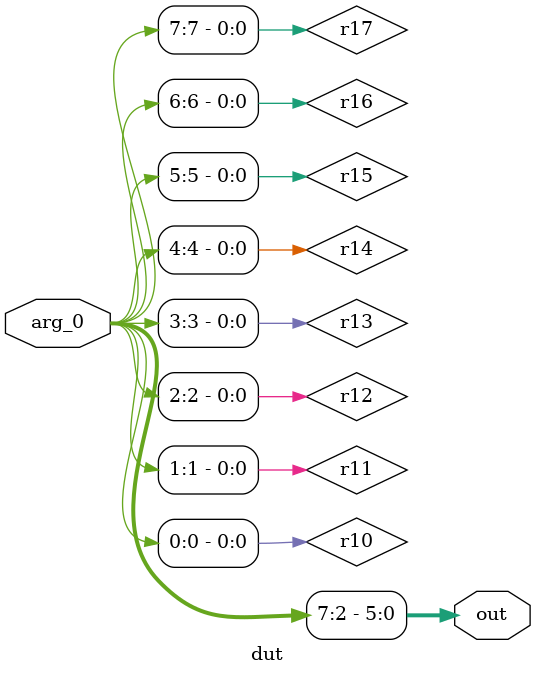
<source format=v>
module testbench();
    wire [5:0] out;
    reg [7:0] arg_0;
    dut t (.out(out),.arg_0(arg_0));
    initial begin
        arg_0 = 8'b00000000;
        #0;
        if (6'b000000 !== out) begin
            $display("ASSERTION FAILED 0x%0h !== 0x%0h CASE 0", 6'b000000, out);
            $finish;
        end
        arg_0 = 8'b00000001;
        #0;
        if (6'b000000 !== out) begin
            $display("ASSERTION FAILED 0x%0h !== 0x%0h CASE 1", 6'b000000, out);
            $finish;
        end
        arg_0 = 8'b00000010;
        #0;
        if (6'b000000 !== out) begin
            $display("ASSERTION FAILED 0x%0h !== 0x%0h CASE 2", 6'b000000, out);
            $finish;
        end
        arg_0 = 8'b00000011;
        #0;
        if (6'b000000 !== out) begin
            $display("ASSERTION FAILED 0x%0h !== 0x%0h CASE 3", 6'b000000, out);
            $finish;
        end
        arg_0 = 8'b00000100;
        #0;
        if (6'b000001 !== out) begin
            $display("ASSERTION FAILED 0x%0h !== 0x%0h CASE 4", 6'b000001, out);
            $finish;
        end
        arg_0 = 8'b00000101;
        #0;
        if (6'b000001 !== out) begin
            $display("ASSERTION FAILED 0x%0h !== 0x%0h CASE 5", 6'b000001, out);
            $finish;
        end
        arg_0 = 8'b00000110;
        #0;
        if (6'b000001 !== out) begin
            $display("ASSERTION FAILED 0x%0h !== 0x%0h CASE 6", 6'b000001, out);
            $finish;
        end
        arg_0 = 8'b00000111;
        #0;
        if (6'b000001 !== out) begin
            $display("ASSERTION FAILED 0x%0h !== 0x%0h CASE 7", 6'b000001, out);
            $finish;
        end
        arg_0 = 8'b00001000;
        #0;
        if (6'b000010 !== out) begin
            $display("ASSERTION FAILED 0x%0h !== 0x%0h CASE 8", 6'b000010, out);
            $finish;
        end
        arg_0 = 8'b00001001;
        #0;
        if (6'b000010 !== out) begin
            $display("ASSERTION FAILED 0x%0h !== 0x%0h CASE 9", 6'b000010, out);
            $finish;
        end
        arg_0 = 8'b00001010;
        #0;
        if (6'b000010 !== out) begin
            $display("ASSERTION FAILED 0x%0h !== 0x%0h CASE 10", 6'b000010, out);
            $finish;
        end
        arg_0 = 8'b00001011;
        #0;
        if (6'b000010 !== out) begin
            $display("ASSERTION FAILED 0x%0h !== 0x%0h CASE 11", 6'b000010, out);
            $finish;
        end
        arg_0 = 8'b00001100;
        #0;
        if (6'b000011 !== out) begin
            $display("ASSERTION FAILED 0x%0h !== 0x%0h CASE 12", 6'b000011, out);
            $finish;
        end
        arg_0 = 8'b00001101;
        #0;
        if (6'b000011 !== out) begin
            $display("ASSERTION FAILED 0x%0h !== 0x%0h CASE 13", 6'b000011, out);
            $finish;
        end
        arg_0 = 8'b00001110;
        #0;
        if (6'b000011 !== out) begin
            $display("ASSERTION FAILED 0x%0h !== 0x%0h CASE 14", 6'b000011, out);
            $finish;
        end
        arg_0 = 8'b00001111;
        #0;
        if (6'b000011 !== out) begin
            $display("ASSERTION FAILED 0x%0h !== 0x%0h CASE 15", 6'b000011, out);
            $finish;
        end
        arg_0 = 8'b00010000;
        #0;
        if (6'b000100 !== out) begin
            $display("ASSERTION FAILED 0x%0h !== 0x%0h CASE 16", 6'b000100, out);
            $finish;
        end
        arg_0 = 8'b00010001;
        #0;
        if (6'b000100 !== out) begin
            $display("ASSERTION FAILED 0x%0h !== 0x%0h CASE 17", 6'b000100, out);
            $finish;
        end
        arg_0 = 8'b00010010;
        #0;
        if (6'b000100 !== out) begin
            $display("ASSERTION FAILED 0x%0h !== 0x%0h CASE 18", 6'b000100, out);
            $finish;
        end
        arg_0 = 8'b00010011;
        #0;
        if (6'b000100 !== out) begin
            $display("ASSERTION FAILED 0x%0h !== 0x%0h CASE 19", 6'b000100, out);
            $finish;
        end
        arg_0 = 8'b00010100;
        #0;
        if (6'b000101 !== out) begin
            $display("ASSERTION FAILED 0x%0h !== 0x%0h CASE 20", 6'b000101, out);
            $finish;
        end
        arg_0 = 8'b00010101;
        #0;
        if (6'b000101 !== out) begin
            $display("ASSERTION FAILED 0x%0h !== 0x%0h CASE 21", 6'b000101, out);
            $finish;
        end
        arg_0 = 8'b00010110;
        #0;
        if (6'b000101 !== out) begin
            $display("ASSERTION FAILED 0x%0h !== 0x%0h CASE 22", 6'b000101, out);
            $finish;
        end
        arg_0 = 8'b00010111;
        #0;
        if (6'b000101 !== out) begin
            $display("ASSERTION FAILED 0x%0h !== 0x%0h CASE 23", 6'b000101, out);
            $finish;
        end
        arg_0 = 8'b00011000;
        #0;
        if (6'b000110 !== out) begin
            $display("ASSERTION FAILED 0x%0h !== 0x%0h CASE 24", 6'b000110, out);
            $finish;
        end
        arg_0 = 8'b00011001;
        #0;
        if (6'b000110 !== out) begin
            $display("ASSERTION FAILED 0x%0h !== 0x%0h CASE 25", 6'b000110, out);
            $finish;
        end
        arg_0 = 8'b00011010;
        #0;
        if (6'b000110 !== out) begin
            $display("ASSERTION FAILED 0x%0h !== 0x%0h CASE 26", 6'b000110, out);
            $finish;
        end
        arg_0 = 8'b00011011;
        #0;
        if (6'b000110 !== out) begin
            $display("ASSERTION FAILED 0x%0h !== 0x%0h CASE 27", 6'b000110, out);
            $finish;
        end
        arg_0 = 8'b00011100;
        #0;
        if (6'b000111 !== out) begin
            $display("ASSERTION FAILED 0x%0h !== 0x%0h CASE 28", 6'b000111, out);
            $finish;
        end
        arg_0 = 8'b00011101;
        #0;
        if (6'b000111 !== out) begin
            $display("ASSERTION FAILED 0x%0h !== 0x%0h CASE 29", 6'b000111, out);
            $finish;
        end
        arg_0 = 8'b00011110;
        #0;
        if (6'b000111 !== out) begin
            $display("ASSERTION FAILED 0x%0h !== 0x%0h CASE 30", 6'b000111, out);
            $finish;
        end
        arg_0 = 8'b00011111;
        #0;
        if (6'b000111 !== out) begin
            $display("ASSERTION FAILED 0x%0h !== 0x%0h CASE 31", 6'b000111, out);
            $finish;
        end
        arg_0 = 8'b00100000;
        #0;
        if (6'b001000 !== out) begin
            $display("ASSERTION FAILED 0x%0h !== 0x%0h CASE 32", 6'b001000, out);
            $finish;
        end
        arg_0 = 8'b00100001;
        #0;
        if (6'b001000 !== out) begin
            $display("ASSERTION FAILED 0x%0h !== 0x%0h CASE 33", 6'b001000, out);
            $finish;
        end
        arg_0 = 8'b00100010;
        #0;
        if (6'b001000 !== out) begin
            $display("ASSERTION FAILED 0x%0h !== 0x%0h CASE 34", 6'b001000, out);
            $finish;
        end
        arg_0 = 8'b00100011;
        #0;
        if (6'b001000 !== out) begin
            $display("ASSERTION FAILED 0x%0h !== 0x%0h CASE 35", 6'b001000, out);
            $finish;
        end
        arg_0 = 8'b00100100;
        #0;
        if (6'b001001 !== out) begin
            $display("ASSERTION FAILED 0x%0h !== 0x%0h CASE 36", 6'b001001, out);
            $finish;
        end
        arg_0 = 8'b00100101;
        #0;
        if (6'b001001 !== out) begin
            $display("ASSERTION FAILED 0x%0h !== 0x%0h CASE 37", 6'b001001, out);
            $finish;
        end
        arg_0 = 8'b00100110;
        #0;
        if (6'b001001 !== out) begin
            $display("ASSERTION FAILED 0x%0h !== 0x%0h CASE 38", 6'b001001, out);
            $finish;
        end
        arg_0 = 8'b00100111;
        #0;
        if (6'b001001 !== out) begin
            $display("ASSERTION FAILED 0x%0h !== 0x%0h CASE 39", 6'b001001, out);
            $finish;
        end
        arg_0 = 8'b00101000;
        #0;
        if (6'b001010 !== out) begin
            $display("ASSERTION FAILED 0x%0h !== 0x%0h CASE 40", 6'b001010, out);
            $finish;
        end
        arg_0 = 8'b00101001;
        #0;
        if (6'b001010 !== out) begin
            $display("ASSERTION FAILED 0x%0h !== 0x%0h CASE 41", 6'b001010, out);
            $finish;
        end
        arg_0 = 8'b00101010;
        #0;
        if (6'b001010 !== out) begin
            $display("ASSERTION FAILED 0x%0h !== 0x%0h CASE 42", 6'b001010, out);
            $finish;
        end
        arg_0 = 8'b00101011;
        #0;
        if (6'b001010 !== out) begin
            $display("ASSERTION FAILED 0x%0h !== 0x%0h CASE 43", 6'b001010, out);
            $finish;
        end
        arg_0 = 8'b00101100;
        #0;
        if (6'b001011 !== out) begin
            $display("ASSERTION FAILED 0x%0h !== 0x%0h CASE 44", 6'b001011, out);
            $finish;
        end
        arg_0 = 8'b00101101;
        #0;
        if (6'b001011 !== out) begin
            $display("ASSERTION FAILED 0x%0h !== 0x%0h CASE 45", 6'b001011, out);
            $finish;
        end
        arg_0 = 8'b00101110;
        #0;
        if (6'b001011 !== out) begin
            $display("ASSERTION FAILED 0x%0h !== 0x%0h CASE 46", 6'b001011, out);
            $finish;
        end
        arg_0 = 8'b00101111;
        #0;
        if (6'b001011 !== out) begin
            $display("ASSERTION FAILED 0x%0h !== 0x%0h CASE 47", 6'b001011, out);
            $finish;
        end
        arg_0 = 8'b00110000;
        #0;
        if (6'b001100 !== out) begin
            $display("ASSERTION FAILED 0x%0h !== 0x%0h CASE 48", 6'b001100, out);
            $finish;
        end
        arg_0 = 8'b00110001;
        #0;
        if (6'b001100 !== out) begin
            $display("ASSERTION FAILED 0x%0h !== 0x%0h CASE 49", 6'b001100, out);
            $finish;
        end
        arg_0 = 8'b00110010;
        #0;
        if (6'b001100 !== out) begin
            $display("ASSERTION FAILED 0x%0h !== 0x%0h CASE 50", 6'b001100, out);
            $finish;
        end
        arg_0 = 8'b00110011;
        #0;
        if (6'b001100 !== out) begin
            $display("ASSERTION FAILED 0x%0h !== 0x%0h CASE 51", 6'b001100, out);
            $finish;
        end
        arg_0 = 8'b00110100;
        #0;
        if (6'b001101 !== out) begin
            $display("ASSERTION FAILED 0x%0h !== 0x%0h CASE 52", 6'b001101, out);
            $finish;
        end
        arg_0 = 8'b00110101;
        #0;
        if (6'b001101 !== out) begin
            $display("ASSERTION FAILED 0x%0h !== 0x%0h CASE 53", 6'b001101, out);
            $finish;
        end
        arg_0 = 8'b00110110;
        #0;
        if (6'b001101 !== out) begin
            $display("ASSERTION FAILED 0x%0h !== 0x%0h CASE 54", 6'b001101, out);
            $finish;
        end
        arg_0 = 8'b00110111;
        #0;
        if (6'b001101 !== out) begin
            $display("ASSERTION FAILED 0x%0h !== 0x%0h CASE 55", 6'b001101, out);
            $finish;
        end
        arg_0 = 8'b00111000;
        #0;
        if (6'b001110 !== out) begin
            $display("ASSERTION FAILED 0x%0h !== 0x%0h CASE 56", 6'b001110, out);
            $finish;
        end
        arg_0 = 8'b00111001;
        #0;
        if (6'b001110 !== out) begin
            $display("ASSERTION FAILED 0x%0h !== 0x%0h CASE 57", 6'b001110, out);
            $finish;
        end
        arg_0 = 8'b00111010;
        #0;
        if (6'b001110 !== out) begin
            $display("ASSERTION FAILED 0x%0h !== 0x%0h CASE 58", 6'b001110, out);
            $finish;
        end
        arg_0 = 8'b00111011;
        #0;
        if (6'b001110 !== out) begin
            $display("ASSERTION FAILED 0x%0h !== 0x%0h CASE 59", 6'b001110, out);
            $finish;
        end
        arg_0 = 8'b00111100;
        #0;
        if (6'b001111 !== out) begin
            $display("ASSERTION FAILED 0x%0h !== 0x%0h CASE 60", 6'b001111, out);
            $finish;
        end
        arg_0 = 8'b00111101;
        #0;
        if (6'b001111 !== out) begin
            $display("ASSERTION FAILED 0x%0h !== 0x%0h CASE 61", 6'b001111, out);
            $finish;
        end
        arg_0 = 8'b00111110;
        #0;
        if (6'b001111 !== out) begin
            $display("ASSERTION FAILED 0x%0h !== 0x%0h CASE 62", 6'b001111, out);
            $finish;
        end
        arg_0 = 8'b00111111;
        #0;
        if (6'b001111 !== out) begin
            $display("ASSERTION FAILED 0x%0h !== 0x%0h CASE 63", 6'b001111, out);
            $finish;
        end
        arg_0 = 8'b01000000;
        #0;
        if (6'b010000 !== out) begin
            $display("ASSERTION FAILED 0x%0h !== 0x%0h CASE 64", 6'b010000, out);
            $finish;
        end
        arg_0 = 8'b01000001;
        #0;
        if (6'b010000 !== out) begin
            $display("ASSERTION FAILED 0x%0h !== 0x%0h CASE 65", 6'b010000, out);
            $finish;
        end
        arg_0 = 8'b01000010;
        #0;
        if (6'b010000 !== out) begin
            $display("ASSERTION FAILED 0x%0h !== 0x%0h CASE 66", 6'b010000, out);
            $finish;
        end
        arg_0 = 8'b01000011;
        #0;
        if (6'b010000 !== out) begin
            $display("ASSERTION FAILED 0x%0h !== 0x%0h CASE 67", 6'b010000, out);
            $finish;
        end
        arg_0 = 8'b01000100;
        #0;
        if (6'b010001 !== out) begin
            $display("ASSERTION FAILED 0x%0h !== 0x%0h CASE 68", 6'b010001, out);
            $finish;
        end
        arg_0 = 8'b01000101;
        #0;
        if (6'b010001 !== out) begin
            $display("ASSERTION FAILED 0x%0h !== 0x%0h CASE 69", 6'b010001, out);
            $finish;
        end
        arg_0 = 8'b01000110;
        #0;
        if (6'b010001 !== out) begin
            $display("ASSERTION FAILED 0x%0h !== 0x%0h CASE 70", 6'b010001, out);
            $finish;
        end
        arg_0 = 8'b01000111;
        #0;
        if (6'b010001 !== out) begin
            $display("ASSERTION FAILED 0x%0h !== 0x%0h CASE 71", 6'b010001, out);
            $finish;
        end
        arg_0 = 8'b01001000;
        #0;
        if (6'b010010 !== out) begin
            $display("ASSERTION FAILED 0x%0h !== 0x%0h CASE 72", 6'b010010, out);
            $finish;
        end
        arg_0 = 8'b01001001;
        #0;
        if (6'b010010 !== out) begin
            $display("ASSERTION FAILED 0x%0h !== 0x%0h CASE 73", 6'b010010, out);
            $finish;
        end
        arg_0 = 8'b01001010;
        #0;
        if (6'b010010 !== out) begin
            $display("ASSERTION FAILED 0x%0h !== 0x%0h CASE 74", 6'b010010, out);
            $finish;
        end
        arg_0 = 8'b01001011;
        #0;
        if (6'b010010 !== out) begin
            $display("ASSERTION FAILED 0x%0h !== 0x%0h CASE 75", 6'b010010, out);
            $finish;
        end
        arg_0 = 8'b01001100;
        #0;
        if (6'b010011 !== out) begin
            $display("ASSERTION FAILED 0x%0h !== 0x%0h CASE 76", 6'b010011, out);
            $finish;
        end
        arg_0 = 8'b01001101;
        #0;
        if (6'b010011 !== out) begin
            $display("ASSERTION FAILED 0x%0h !== 0x%0h CASE 77", 6'b010011, out);
            $finish;
        end
        arg_0 = 8'b01001110;
        #0;
        if (6'b010011 !== out) begin
            $display("ASSERTION FAILED 0x%0h !== 0x%0h CASE 78", 6'b010011, out);
            $finish;
        end
        arg_0 = 8'b01001111;
        #0;
        if (6'b010011 !== out) begin
            $display("ASSERTION FAILED 0x%0h !== 0x%0h CASE 79", 6'b010011, out);
            $finish;
        end
        arg_0 = 8'b01010000;
        #0;
        if (6'b010100 !== out) begin
            $display("ASSERTION FAILED 0x%0h !== 0x%0h CASE 80", 6'b010100, out);
            $finish;
        end
        arg_0 = 8'b01010001;
        #0;
        if (6'b010100 !== out) begin
            $display("ASSERTION FAILED 0x%0h !== 0x%0h CASE 81", 6'b010100, out);
            $finish;
        end
        arg_0 = 8'b01010010;
        #0;
        if (6'b010100 !== out) begin
            $display("ASSERTION FAILED 0x%0h !== 0x%0h CASE 82", 6'b010100, out);
            $finish;
        end
        arg_0 = 8'b01010011;
        #0;
        if (6'b010100 !== out) begin
            $display("ASSERTION FAILED 0x%0h !== 0x%0h CASE 83", 6'b010100, out);
            $finish;
        end
        arg_0 = 8'b01010100;
        #0;
        if (6'b010101 !== out) begin
            $display("ASSERTION FAILED 0x%0h !== 0x%0h CASE 84", 6'b010101, out);
            $finish;
        end
        arg_0 = 8'b01010101;
        #0;
        if (6'b010101 !== out) begin
            $display("ASSERTION FAILED 0x%0h !== 0x%0h CASE 85", 6'b010101, out);
            $finish;
        end
        arg_0 = 8'b01010110;
        #0;
        if (6'b010101 !== out) begin
            $display("ASSERTION FAILED 0x%0h !== 0x%0h CASE 86", 6'b010101, out);
            $finish;
        end
        arg_0 = 8'b01010111;
        #0;
        if (6'b010101 !== out) begin
            $display("ASSERTION FAILED 0x%0h !== 0x%0h CASE 87", 6'b010101, out);
            $finish;
        end
        arg_0 = 8'b01011000;
        #0;
        if (6'b010110 !== out) begin
            $display("ASSERTION FAILED 0x%0h !== 0x%0h CASE 88", 6'b010110, out);
            $finish;
        end
        arg_0 = 8'b01011001;
        #0;
        if (6'b010110 !== out) begin
            $display("ASSERTION FAILED 0x%0h !== 0x%0h CASE 89", 6'b010110, out);
            $finish;
        end
        arg_0 = 8'b01011010;
        #0;
        if (6'b010110 !== out) begin
            $display("ASSERTION FAILED 0x%0h !== 0x%0h CASE 90", 6'b010110, out);
            $finish;
        end
        arg_0 = 8'b01011011;
        #0;
        if (6'b010110 !== out) begin
            $display("ASSERTION FAILED 0x%0h !== 0x%0h CASE 91", 6'b010110, out);
            $finish;
        end
        arg_0 = 8'b01011100;
        #0;
        if (6'b010111 !== out) begin
            $display("ASSERTION FAILED 0x%0h !== 0x%0h CASE 92", 6'b010111, out);
            $finish;
        end
        arg_0 = 8'b01011101;
        #0;
        if (6'b010111 !== out) begin
            $display("ASSERTION FAILED 0x%0h !== 0x%0h CASE 93", 6'b010111, out);
            $finish;
        end
        arg_0 = 8'b01011110;
        #0;
        if (6'b010111 !== out) begin
            $display("ASSERTION FAILED 0x%0h !== 0x%0h CASE 94", 6'b010111, out);
            $finish;
        end
        arg_0 = 8'b01011111;
        #0;
        if (6'b010111 !== out) begin
            $display("ASSERTION FAILED 0x%0h !== 0x%0h CASE 95", 6'b010111, out);
            $finish;
        end
        arg_0 = 8'b01100000;
        #0;
        if (6'b011000 !== out) begin
            $display("ASSERTION FAILED 0x%0h !== 0x%0h CASE 96", 6'b011000, out);
            $finish;
        end
        arg_0 = 8'b01100001;
        #0;
        if (6'b011000 !== out) begin
            $display("ASSERTION FAILED 0x%0h !== 0x%0h CASE 97", 6'b011000, out);
            $finish;
        end
        arg_0 = 8'b01100010;
        #0;
        if (6'b011000 !== out) begin
            $display("ASSERTION FAILED 0x%0h !== 0x%0h CASE 98", 6'b011000, out);
            $finish;
        end
        arg_0 = 8'b01100011;
        #0;
        if (6'b011000 !== out) begin
            $display("ASSERTION FAILED 0x%0h !== 0x%0h CASE 99", 6'b011000, out);
            $finish;
        end
        arg_0 = 8'b01100100;
        #0;
        if (6'b011001 !== out) begin
            $display("ASSERTION FAILED 0x%0h !== 0x%0h CASE 100", 6'b011001, out);
            $finish;
        end
        arg_0 = 8'b01100101;
        #0;
        if (6'b011001 !== out) begin
            $display("ASSERTION FAILED 0x%0h !== 0x%0h CASE 101", 6'b011001, out);
            $finish;
        end
        arg_0 = 8'b01100110;
        #0;
        if (6'b011001 !== out) begin
            $display("ASSERTION FAILED 0x%0h !== 0x%0h CASE 102", 6'b011001, out);
            $finish;
        end
        arg_0 = 8'b01100111;
        #0;
        if (6'b011001 !== out) begin
            $display("ASSERTION FAILED 0x%0h !== 0x%0h CASE 103", 6'b011001, out);
            $finish;
        end
        arg_0 = 8'b01101000;
        #0;
        if (6'b011010 !== out) begin
            $display("ASSERTION FAILED 0x%0h !== 0x%0h CASE 104", 6'b011010, out);
            $finish;
        end
        arg_0 = 8'b01101001;
        #0;
        if (6'b011010 !== out) begin
            $display("ASSERTION FAILED 0x%0h !== 0x%0h CASE 105", 6'b011010, out);
            $finish;
        end
        arg_0 = 8'b01101010;
        #0;
        if (6'b011010 !== out) begin
            $display("ASSERTION FAILED 0x%0h !== 0x%0h CASE 106", 6'b011010, out);
            $finish;
        end
        arg_0 = 8'b01101011;
        #0;
        if (6'b011010 !== out) begin
            $display("ASSERTION FAILED 0x%0h !== 0x%0h CASE 107", 6'b011010, out);
            $finish;
        end
        arg_0 = 8'b01101100;
        #0;
        if (6'b011011 !== out) begin
            $display("ASSERTION FAILED 0x%0h !== 0x%0h CASE 108", 6'b011011, out);
            $finish;
        end
        arg_0 = 8'b01101101;
        #0;
        if (6'b011011 !== out) begin
            $display("ASSERTION FAILED 0x%0h !== 0x%0h CASE 109", 6'b011011, out);
            $finish;
        end
        arg_0 = 8'b01101110;
        #0;
        if (6'b011011 !== out) begin
            $display("ASSERTION FAILED 0x%0h !== 0x%0h CASE 110", 6'b011011, out);
            $finish;
        end
        arg_0 = 8'b01101111;
        #0;
        if (6'b011011 !== out) begin
            $display("ASSERTION FAILED 0x%0h !== 0x%0h CASE 111", 6'b011011, out);
            $finish;
        end
        arg_0 = 8'b01110000;
        #0;
        if (6'b011100 !== out) begin
            $display("ASSERTION FAILED 0x%0h !== 0x%0h CASE 112", 6'b011100, out);
            $finish;
        end
        arg_0 = 8'b01110001;
        #0;
        if (6'b011100 !== out) begin
            $display("ASSERTION FAILED 0x%0h !== 0x%0h CASE 113", 6'b011100, out);
            $finish;
        end
        arg_0 = 8'b01110010;
        #0;
        if (6'b011100 !== out) begin
            $display("ASSERTION FAILED 0x%0h !== 0x%0h CASE 114", 6'b011100, out);
            $finish;
        end
        arg_0 = 8'b01110011;
        #0;
        if (6'b011100 !== out) begin
            $display("ASSERTION FAILED 0x%0h !== 0x%0h CASE 115", 6'b011100, out);
            $finish;
        end
        arg_0 = 8'b01110100;
        #0;
        if (6'b011101 !== out) begin
            $display("ASSERTION FAILED 0x%0h !== 0x%0h CASE 116", 6'b011101, out);
            $finish;
        end
        arg_0 = 8'b01110101;
        #0;
        if (6'b011101 !== out) begin
            $display("ASSERTION FAILED 0x%0h !== 0x%0h CASE 117", 6'b011101, out);
            $finish;
        end
        arg_0 = 8'b01110110;
        #0;
        if (6'b011101 !== out) begin
            $display("ASSERTION FAILED 0x%0h !== 0x%0h CASE 118", 6'b011101, out);
            $finish;
        end
        arg_0 = 8'b01110111;
        #0;
        if (6'b011101 !== out) begin
            $display("ASSERTION FAILED 0x%0h !== 0x%0h CASE 119", 6'b011101, out);
            $finish;
        end
        arg_0 = 8'b01111000;
        #0;
        if (6'b011110 !== out) begin
            $display("ASSERTION FAILED 0x%0h !== 0x%0h CASE 120", 6'b011110, out);
            $finish;
        end
        arg_0 = 8'b01111001;
        #0;
        if (6'b011110 !== out) begin
            $display("ASSERTION FAILED 0x%0h !== 0x%0h CASE 121", 6'b011110, out);
            $finish;
        end
        arg_0 = 8'b01111010;
        #0;
        if (6'b011110 !== out) begin
            $display("ASSERTION FAILED 0x%0h !== 0x%0h CASE 122", 6'b011110, out);
            $finish;
        end
        arg_0 = 8'b01111011;
        #0;
        if (6'b011110 !== out) begin
            $display("ASSERTION FAILED 0x%0h !== 0x%0h CASE 123", 6'b011110, out);
            $finish;
        end
        arg_0 = 8'b01111100;
        #0;
        if (6'b011111 !== out) begin
            $display("ASSERTION FAILED 0x%0h !== 0x%0h CASE 124", 6'b011111, out);
            $finish;
        end
        arg_0 = 8'b01111101;
        #0;
        if (6'b011111 !== out) begin
            $display("ASSERTION FAILED 0x%0h !== 0x%0h CASE 125", 6'b011111, out);
            $finish;
        end
        arg_0 = 8'b01111110;
        #0;
        if (6'b011111 !== out) begin
            $display("ASSERTION FAILED 0x%0h !== 0x%0h CASE 126", 6'b011111, out);
            $finish;
        end
        arg_0 = 8'b01111111;
        #0;
        if (6'b011111 !== out) begin
            $display("ASSERTION FAILED 0x%0h !== 0x%0h CASE 127", 6'b011111, out);
            $finish;
        end
        arg_0 = 8'b10000000;
        #0;
        if (6'b100000 !== out) begin
            $display("ASSERTION FAILED 0x%0h !== 0x%0h CASE 128", 6'b100000, out);
            $finish;
        end
        arg_0 = 8'b10000001;
        #0;
        if (6'b100000 !== out) begin
            $display("ASSERTION FAILED 0x%0h !== 0x%0h CASE 129", 6'b100000, out);
            $finish;
        end
        arg_0 = 8'b10000010;
        #0;
        if (6'b100000 !== out) begin
            $display("ASSERTION FAILED 0x%0h !== 0x%0h CASE 130", 6'b100000, out);
            $finish;
        end
        arg_0 = 8'b10000011;
        #0;
        if (6'b100000 !== out) begin
            $display("ASSERTION FAILED 0x%0h !== 0x%0h CASE 131", 6'b100000, out);
            $finish;
        end
        arg_0 = 8'b10000100;
        #0;
        if (6'b100001 !== out) begin
            $display("ASSERTION FAILED 0x%0h !== 0x%0h CASE 132", 6'b100001, out);
            $finish;
        end
        arg_0 = 8'b10000101;
        #0;
        if (6'b100001 !== out) begin
            $display("ASSERTION FAILED 0x%0h !== 0x%0h CASE 133", 6'b100001, out);
            $finish;
        end
        arg_0 = 8'b10000110;
        #0;
        if (6'b100001 !== out) begin
            $display("ASSERTION FAILED 0x%0h !== 0x%0h CASE 134", 6'b100001, out);
            $finish;
        end
        arg_0 = 8'b10000111;
        #0;
        if (6'b100001 !== out) begin
            $display("ASSERTION FAILED 0x%0h !== 0x%0h CASE 135", 6'b100001, out);
            $finish;
        end
        arg_0 = 8'b10001000;
        #0;
        if (6'b100010 !== out) begin
            $display("ASSERTION FAILED 0x%0h !== 0x%0h CASE 136", 6'b100010, out);
            $finish;
        end
        arg_0 = 8'b10001001;
        #0;
        if (6'b100010 !== out) begin
            $display("ASSERTION FAILED 0x%0h !== 0x%0h CASE 137", 6'b100010, out);
            $finish;
        end
        arg_0 = 8'b10001010;
        #0;
        if (6'b100010 !== out) begin
            $display("ASSERTION FAILED 0x%0h !== 0x%0h CASE 138", 6'b100010, out);
            $finish;
        end
        arg_0 = 8'b10001011;
        #0;
        if (6'b100010 !== out) begin
            $display("ASSERTION FAILED 0x%0h !== 0x%0h CASE 139", 6'b100010, out);
            $finish;
        end
        arg_0 = 8'b10001100;
        #0;
        if (6'b100011 !== out) begin
            $display("ASSERTION FAILED 0x%0h !== 0x%0h CASE 140", 6'b100011, out);
            $finish;
        end
        arg_0 = 8'b10001101;
        #0;
        if (6'b100011 !== out) begin
            $display("ASSERTION FAILED 0x%0h !== 0x%0h CASE 141", 6'b100011, out);
            $finish;
        end
        arg_0 = 8'b10001110;
        #0;
        if (6'b100011 !== out) begin
            $display("ASSERTION FAILED 0x%0h !== 0x%0h CASE 142", 6'b100011, out);
            $finish;
        end
        arg_0 = 8'b10001111;
        #0;
        if (6'b100011 !== out) begin
            $display("ASSERTION FAILED 0x%0h !== 0x%0h CASE 143", 6'b100011, out);
            $finish;
        end
        arg_0 = 8'b10010000;
        #0;
        if (6'b100100 !== out) begin
            $display("ASSERTION FAILED 0x%0h !== 0x%0h CASE 144", 6'b100100, out);
            $finish;
        end
        arg_0 = 8'b10010001;
        #0;
        if (6'b100100 !== out) begin
            $display("ASSERTION FAILED 0x%0h !== 0x%0h CASE 145", 6'b100100, out);
            $finish;
        end
        arg_0 = 8'b10010010;
        #0;
        if (6'b100100 !== out) begin
            $display("ASSERTION FAILED 0x%0h !== 0x%0h CASE 146", 6'b100100, out);
            $finish;
        end
        arg_0 = 8'b10010011;
        #0;
        if (6'b100100 !== out) begin
            $display("ASSERTION FAILED 0x%0h !== 0x%0h CASE 147", 6'b100100, out);
            $finish;
        end
        arg_0 = 8'b10010100;
        #0;
        if (6'b100101 !== out) begin
            $display("ASSERTION FAILED 0x%0h !== 0x%0h CASE 148", 6'b100101, out);
            $finish;
        end
        arg_0 = 8'b10010101;
        #0;
        if (6'b100101 !== out) begin
            $display("ASSERTION FAILED 0x%0h !== 0x%0h CASE 149", 6'b100101, out);
            $finish;
        end
        arg_0 = 8'b10010110;
        #0;
        if (6'b100101 !== out) begin
            $display("ASSERTION FAILED 0x%0h !== 0x%0h CASE 150", 6'b100101, out);
            $finish;
        end
        arg_0 = 8'b10010111;
        #0;
        if (6'b100101 !== out) begin
            $display("ASSERTION FAILED 0x%0h !== 0x%0h CASE 151", 6'b100101, out);
            $finish;
        end
        arg_0 = 8'b10011000;
        #0;
        if (6'b100110 !== out) begin
            $display("ASSERTION FAILED 0x%0h !== 0x%0h CASE 152", 6'b100110, out);
            $finish;
        end
        arg_0 = 8'b10011001;
        #0;
        if (6'b100110 !== out) begin
            $display("ASSERTION FAILED 0x%0h !== 0x%0h CASE 153", 6'b100110, out);
            $finish;
        end
        arg_0 = 8'b10011010;
        #0;
        if (6'b100110 !== out) begin
            $display("ASSERTION FAILED 0x%0h !== 0x%0h CASE 154", 6'b100110, out);
            $finish;
        end
        arg_0 = 8'b10011011;
        #0;
        if (6'b100110 !== out) begin
            $display("ASSERTION FAILED 0x%0h !== 0x%0h CASE 155", 6'b100110, out);
            $finish;
        end
        arg_0 = 8'b10011100;
        #0;
        if (6'b100111 !== out) begin
            $display("ASSERTION FAILED 0x%0h !== 0x%0h CASE 156", 6'b100111, out);
            $finish;
        end
        arg_0 = 8'b10011101;
        #0;
        if (6'b100111 !== out) begin
            $display("ASSERTION FAILED 0x%0h !== 0x%0h CASE 157", 6'b100111, out);
            $finish;
        end
        arg_0 = 8'b10011110;
        #0;
        if (6'b100111 !== out) begin
            $display("ASSERTION FAILED 0x%0h !== 0x%0h CASE 158", 6'b100111, out);
            $finish;
        end
        arg_0 = 8'b10011111;
        #0;
        if (6'b100111 !== out) begin
            $display("ASSERTION FAILED 0x%0h !== 0x%0h CASE 159", 6'b100111, out);
            $finish;
        end
        arg_0 = 8'b10100000;
        #0;
        if (6'b101000 !== out) begin
            $display("ASSERTION FAILED 0x%0h !== 0x%0h CASE 160", 6'b101000, out);
            $finish;
        end
        arg_0 = 8'b10100001;
        #0;
        if (6'b101000 !== out) begin
            $display("ASSERTION FAILED 0x%0h !== 0x%0h CASE 161", 6'b101000, out);
            $finish;
        end
        arg_0 = 8'b10100010;
        #0;
        if (6'b101000 !== out) begin
            $display("ASSERTION FAILED 0x%0h !== 0x%0h CASE 162", 6'b101000, out);
            $finish;
        end
        arg_0 = 8'b10100011;
        #0;
        if (6'b101000 !== out) begin
            $display("ASSERTION FAILED 0x%0h !== 0x%0h CASE 163", 6'b101000, out);
            $finish;
        end
        arg_0 = 8'b10100100;
        #0;
        if (6'b101001 !== out) begin
            $display("ASSERTION FAILED 0x%0h !== 0x%0h CASE 164", 6'b101001, out);
            $finish;
        end
        arg_0 = 8'b10100101;
        #0;
        if (6'b101001 !== out) begin
            $display("ASSERTION FAILED 0x%0h !== 0x%0h CASE 165", 6'b101001, out);
            $finish;
        end
        arg_0 = 8'b10100110;
        #0;
        if (6'b101001 !== out) begin
            $display("ASSERTION FAILED 0x%0h !== 0x%0h CASE 166", 6'b101001, out);
            $finish;
        end
        arg_0 = 8'b10100111;
        #0;
        if (6'b101001 !== out) begin
            $display("ASSERTION FAILED 0x%0h !== 0x%0h CASE 167", 6'b101001, out);
            $finish;
        end
        arg_0 = 8'b10101000;
        #0;
        if (6'b101010 !== out) begin
            $display("ASSERTION FAILED 0x%0h !== 0x%0h CASE 168", 6'b101010, out);
            $finish;
        end
        arg_0 = 8'b10101001;
        #0;
        if (6'b101010 !== out) begin
            $display("ASSERTION FAILED 0x%0h !== 0x%0h CASE 169", 6'b101010, out);
            $finish;
        end
        arg_0 = 8'b10101010;
        #0;
        if (6'b101010 !== out) begin
            $display("ASSERTION FAILED 0x%0h !== 0x%0h CASE 170", 6'b101010, out);
            $finish;
        end
        arg_0 = 8'b10101011;
        #0;
        if (6'b101010 !== out) begin
            $display("ASSERTION FAILED 0x%0h !== 0x%0h CASE 171", 6'b101010, out);
            $finish;
        end
        arg_0 = 8'b10101100;
        #0;
        if (6'b101011 !== out) begin
            $display("ASSERTION FAILED 0x%0h !== 0x%0h CASE 172", 6'b101011, out);
            $finish;
        end
        arg_0 = 8'b10101101;
        #0;
        if (6'b101011 !== out) begin
            $display("ASSERTION FAILED 0x%0h !== 0x%0h CASE 173", 6'b101011, out);
            $finish;
        end
        arg_0 = 8'b10101110;
        #0;
        if (6'b101011 !== out) begin
            $display("ASSERTION FAILED 0x%0h !== 0x%0h CASE 174", 6'b101011, out);
            $finish;
        end
        arg_0 = 8'b10101111;
        #0;
        if (6'b101011 !== out) begin
            $display("ASSERTION FAILED 0x%0h !== 0x%0h CASE 175", 6'b101011, out);
            $finish;
        end
        arg_0 = 8'b10110000;
        #0;
        if (6'b101100 !== out) begin
            $display("ASSERTION FAILED 0x%0h !== 0x%0h CASE 176", 6'b101100, out);
            $finish;
        end
        arg_0 = 8'b10110001;
        #0;
        if (6'b101100 !== out) begin
            $display("ASSERTION FAILED 0x%0h !== 0x%0h CASE 177", 6'b101100, out);
            $finish;
        end
        arg_0 = 8'b10110010;
        #0;
        if (6'b101100 !== out) begin
            $display("ASSERTION FAILED 0x%0h !== 0x%0h CASE 178", 6'b101100, out);
            $finish;
        end
        arg_0 = 8'b10110011;
        #0;
        if (6'b101100 !== out) begin
            $display("ASSERTION FAILED 0x%0h !== 0x%0h CASE 179", 6'b101100, out);
            $finish;
        end
        arg_0 = 8'b10110100;
        #0;
        if (6'b101101 !== out) begin
            $display("ASSERTION FAILED 0x%0h !== 0x%0h CASE 180", 6'b101101, out);
            $finish;
        end
        arg_0 = 8'b10110101;
        #0;
        if (6'b101101 !== out) begin
            $display("ASSERTION FAILED 0x%0h !== 0x%0h CASE 181", 6'b101101, out);
            $finish;
        end
        arg_0 = 8'b10110110;
        #0;
        if (6'b101101 !== out) begin
            $display("ASSERTION FAILED 0x%0h !== 0x%0h CASE 182", 6'b101101, out);
            $finish;
        end
        arg_0 = 8'b10110111;
        #0;
        if (6'b101101 !== out) begin
            $display("ASSERTION FAILED 0x%0h !== 0x%0h CASE 183", 6'b101101, out);
            $finish;
        end
        arg_0 = 8'b10111000;
        #0;
        if (6'b101110 !== out) begin
            $display("ASSERTION FAILED 0x%0h !== 0x%0h CASE 184", 6'b101110, out);
            $finish;
        end
        arg_0 = 8'b10111001;
        #0;
        if (6'b101110 !== out) begin
            $display("ASSERTION FAILED 0x%0h !== 0x%0h CASE 185", 6'b101110, out);
            $finish;
        end
        arg_0 = 8'b10111010;
        #0;
        if (6'b101110 !== out) begin
            $display("ASSERTION FAILED 0x%0h !== 0x%0h CASE 186", 6'b101110, out);
            $finish;
        end
        arg_0 = 8'b10111011;
        #0;
        if (6'b101110 !== out) begin
            $display("ASSERTION FAILED 0x%0h !== 0x%0h CASE 187", 6'b101110, out);
            $finish;
        end
        arg_0 = 8'b10111100;
        #0;
        if (6'b101111 !== out) begin
            $display("ASSERTION FAILED 0x%0h !== 0x%0h CASE 188", 6'b101111, out);
            $finish;
        end
        arg_0 = 8'b10111101;
        #0;
        if (6'b101111 !== out) begin
            $display("ASSERTION FAILED 0x%0h !== 0x%0h CASE 189", 6'b101111, out);
            $finish;
        end
        arg_0 = 8'b10111110;
        #0;
        if (6'b101111 !== out) begin
            $display("ASSERTION FAILED 0x%0h !== 0x%0h CASE 190", 6'b101111, out);
            $finish;
        end
        arg_0 = 8'b10111111;
        #0;
        if (6'b101111 !== out) begin
            $display("ASSERTION FAILED 0x%0h !== 0x%0h CASE 191", 6'b101111, out);
            $finish;
        end
        arg_0 = 8'b11000000;
        #0;
        if (6'b110000 !== out) begin
            $display("ASSERTION FAILED 0x%0h !== 0x%0h CASE 192", 6'b110000, out);
            $finish;
        end
        arg_0 = 8'b11000001;
        #0;
        if (6'b110000 !== out) begin
            $display("ASSERTION FAILED 0x%0h !== 0x%0h CASE 193", 6'b110000, out);
            $finish;
        end
        arg_0 = 8'b11000010;
        #0;
        if (6'b110000 !== out) begin
            $display("ASSERTION FAILED 0x%0h !== 0x%0h CASE 194", 6'b110000, out);
            $finish;
        end
        arg_0 = 8'b11000011;
        #0;
        if (6'b110000 !== out) begin
            $display("ASSERTION FAILED 0x%0h !== 0x%0h CASE 195", 6'b110000, out);
            $finish;
        end
        arg_0 = 8'b11000100;
        #0;
        if (6'b110001 !== out) begin
            $display("ASSERTION FAILED 0x%0h !== 0x%0h CASE 196", 6'b110001, out);
            $finish;
        end
        arg_0 = 8'b11000101;
        #0;
        if (6'b110001 !== out) begin
            $display("ASSERTION FAILED 0x%0h !== 0x%0h CASE 197", 6'b110001, out);
            $finish;
        end
        arg_0 = 8'b11000110;
        #0;
        if (6'b110001 !== out) begin
            $display("ASSERTION FAILED 0x%0h !== 0x%0h CASE 198", 6'b110001, out);
            $finish;
        end
        arg_0 = 8'b11000111;
        #0;
        if (6'b110001 !== out) begin
            $display("ASSERTION FAILED 0x%0h !== 0x%0h CASE 199", 6'b110001, out);
            $finish;
        end
        arg_0 = 8'b11001000;
        #0;
        if (6'b110010 !== out) begin
            $display("ASSERTION FAILED 0x%0h !== 0x%0h CASE 200", 6'b110010, out);
            $finish;
        end
        arg_0 = 8'b11001001;
        #0;
        if (6'b110010 !== out) begin
            $display("ASSERTION FAILED 0x%0h !== 0x%0h CASE 201", 6'b110010, out);
            $finish;
        end
        arg_0 = 8'b11001010;
        #0;
        if (6'b110010 !== out) begin
            $display("ASSERTION FAILED 0x%0h !== 0x%0h CASE 202", 6'b110010, out);
            $finish;
        end
        arg_0 = 8'b11001011;
        #0;
        if (6'b110010 !== out) begin
            $display("ASSERTION FAILED 0x%0h !== 0x%0h CASE 203", 6'b110010, out);
            $finish;
        end
        arg_0 = 8'b11001100;
        #0;
        if (6'b110011 !== out) begin
            $display("ASSERTION FAILED 0x%0h !== 0x%0h CASE 204", 6'b110011, out);
            $finish;
        end
        arg_0 = 8'b11001101;
        #0;
        if (6'b110011 !== out) begin
            $display("ASSERTION FAILED 0x%0h !== 0x%0h CASE 205", 6'b110011, out);
            $finish;
        end
        arg_0 = 8'b11001110;
        #0;
        if (6'b110011 !== out) begin
            $display("ASSERTION FAILED 0x%0h !== 0x%0h CASE 206", 6'b110011, out);
            $finish;
        end
        arg_0 = 8'b11001111;
        #0;
        if (6'b110011 !== out) begin
            $display("ASSERTION FAILED 0x%0h !== 0x%0h CASE 207", 6'b110011, out);
            $finish;
        end
        arg_0 = 8'b11010000;
        #0;
        if (6'b110100 !== out) begin
            $display("ASSERTION FAILED 0x%0h !== 0x%0h CASE 208", 6'b110100, out);
            $finish;
        end
        arg_0 = 8'b11010001;
        #0;
        if (6'b110100 !== out) begin
            $display("ASSERTION FAILED 0x%0h !== 0x%0h CASE 209", 6'b110100, out);
            $finish;
        end
        arg_0 = 8'b11010010;
        #0;
        if (6'b110100 !== out) begin
            $display("ASSERTION FAILED 0x%0h !== 0x%0h CASE 210", 6'b110100, out);
            $finish;
        end
        arg_0 = 8'b11010011;
        #0;
        if (6'b110100 !== out) begin
            $display("ASSERTION FAILED 0x%0h !== 0x%0h CASE 211", 6'b110100, out);
            $finish;
        end
        arg_0 = 8'b11010100;
        #0;
        if (6'b110101 !== out) begin
            $display("ASSERTION FAILED 0x%0h !== 0x%0h CASE 212", 6'b110101, out);
            $finish;
        end
        arg_0 = 8'b11010101;
        #0;
        if (6'b110101 !== out) begin
            $display("ASSERTION FAILED 0x%0h !== 0x%0h CASE 213", 6'b110101, out);
            $finish;
        end
        arg_0 = 8'b11010110;
        #0;
        if (6'b110101 !== out) begin
            $display("ASSERTION FAILED 0x%0h !== 0x%0h CASE 214", 6'b110101, out);
            $finish;
        end
        arg_0 = 8'b11010111;
        #0;
        if (6'b110101 !== out) begin
            $display("ASSERTION FAILED 0x%0h !== 0x%0h CASE 215", 6'b110101, out);
            $finish;
        end
        arg_0 = 8'b11011000;
        #0;
        if (6'b110110 !== out) begin
            $display("ASSERTION FAILED 0x%0h !== 0x%0h CASE 216", 6'b110110, out);
            $finish;
        end
        arg_0 = 8'b11011001;
        #0;
        if (6'b110110 !== out) begin
            $display("ASSERTION FAILED 0x%0h !== 0x%0h CASE 217", 6'b110110, out);
            $finish;
        end
        arg_0 = 8'b11011010;
        #0;
        if (6'b110110 !== out) begin
            $display("ASSERTION FAILED 0x%0h !== 0x%0h CASE 218", 6'b110110, out);
            $finish;
        end
        arg_0 = 8'b11011011;
        #0;
        if (6'b110110 !== out) begin
            $display("ASSERTION FAILED 0x%0h !== 0x%0h CASE 219", 6'b110110, out);
            $finish;
        end
        arg_0 = 8'b11011100;
        #0;
        if (6'b110111 !== out) begin
            $display("ASSERTION FAILED 0x%0h !== 0x%0h CASE 220", 6'b110111, out);
            $finish;
        end
        arg_0 = 8'b11011101;
        #0;
        if (6'b110111 !== out) begin
            $display("ASSERTION FAILED 0x%0h !== 0x%0h CASE 221", 6'b110111, out);
            $finish;
        end
        arg_0 = 8'b11011110;
        #0;
        if (6'b110111 !== out) begin
            $display("ASSERTION FAILED 0x%0h !== 0x%0h CASE 222", 6'b110111, out);
            $finish;
        end
        arg_0 = 8'b11011111;
        #0;
        if (6'b110111 !== out) begin
            $display("ASSERTION FAILED 0x%0h !== 0x%0h CASE 223", 6'b110111, out);
            $finish;
        end
        arg_0 = 8'b11100000;
        #0;
        if (6'b111000 !== out) begin
            $display("ASSERTION FAILED 0x%0h !== 0x%0h CASE 224", 6'b111000, out);
            $finish;
        end
        arg_0 = 8'b11100001;
        #0;
        if (6'b111000 !== out) begin
            $display("ASSERTION FAILED 0x%0h !== 0x%0h CASE 225", 6'b111000, out);
            $finish;
        end
        arg_0 = 8'b11100010;
        #0;
        if (6'b111000 !== out) begin
            $display("ASSERTION FAILED 0x%0h !== 0x%0h CASE 226", 6'b111000, out);
            $finish;
        end
        arg_0 = 8'b11100011;
        #0;
        if (6'b111000 !== out) begin
            $display("ASSERTION FAILED 0x%0h !== 0x%0h CASE 227", 6'b111000, out);
            $finish;
        end
        arg_0 = 8'b11100100;
        #0;
        if (6'b111001 !== out) begin
            $display("ASSERTION FAILED 0x%0h !== 0x%0h CASE 228", 6'b111001, out);
            $finish;
        end
        arg_0 = 8'b11100101;
        #0;
        if (6'b111001 !== out) begin
            $display("ASSERTION FAILED 0x%0h !== 0x%0h CASE 229", 6'b111001, out);
            $finish;
        end
        arg_0 = 8'b11100110;
        #0;
        if (6'b111001 !== out) begin
            $display("ASSERTION FAILED 0x%0h !== 0x%0h CASE 230", 6'b111001, out);
            $finish;
        end
        arg_0 = 8'b11100111;
        #0;
        if (6'b111001 !== out) begin
            $display("ASSERTION FAILED 0x%0h !== 0x%0h CASE 231", 6'b111001, out);
            $finish;
        end
        arg_0 = 8'b11101000;
        #0;
        if (6'b111010 !== out) begin
            $display("ASSERTION FAILED 0x%0h !== 0x%0h CASE 232", 6'b111010, out);
            $finish;
        end
        arg_0 = 8'b11101001;
        #0;
        if (6'b111010 !== out) begin
            $display("ASSERTION FAILED 0x%0h !== 0x%0h CASE 233", 6'b111010, out);
            $finish;
        end
        arg_0 = 8'b11101010;
        #0;
        if (6'b111010 !== out) begin
            $display("ASSERTION FAILED 0x%0h !== 0x%0h CASE 234", 6'b111010, out);
            $finish;
        end
        arg_0 = 8'b11101011;
        #0;
        if (6'b111010 !== out) begin
            $display("ASSERTION FAILED 0x%0h !== 0x%0h CASE 235", 6'b111010, out);
            $finish;
        end
        arg_0 = 8'b11101100;
        #0;
        if (6'b111011 !== out) begin
            $display("ASSERTION FAILED 0x%0h !== 0x%0h CASE 236", 6'b111011, out);
            $finish;
        end
        arg_0 = 8'b11101101;
        #0;
        if (6'b111011 !== out) begin
            $display("ASSERTION FAILED 0x%0h !== 0x%0h CASE 237", 6'b111011, out);
            $finish;
        end
        arg_0 = 8'b11101110;
        #0;
        if (6'b111011 !== out) begin
            $display("ASSERTION FAILED 0x%0h !== 0x%0h CASE 238", 6'b111011, out);
            $finish;
        end
        arg_0 = 8'b11101111;
        #0;
        if (6'b111011 !== out) begin
            $display("ASSERTION FAILED 0x%0h !== 0x%0h CASE 239", 6'b111011, out);
            $finish;
        end
        arg_0 = 8'b11110000;
        #0;
        if (6'b111100 !== out) begin
            $display("ASSERTION FAILED 0x%0h !== 0x%0h CASE 240", 6'b111100, out);
            $finish;
        end
        arg_0 = 8'b11110001;
        #0;
        if (6'b111100 !== out) begin
            $display("ASSERTION FAILED 0x%0h !== 0x%0h CASE 241", 6'b111100, out);
            $finish;
        end
        arg_0 = 8'b11110010;
        #0;
        if (6'b111100 !== out) begin
            $display("ASSERTION FAILED 0x%0h !== 0x%0h CASE 242", 6'b111100, out);
            $finish;
        end
        arg_0 = 8'b11110011;
        #0;
        if (6'b111100 !== out) begin
            $display("ASSERTION FAILED 0x%0h !== 0x%0h CASE 243", 6'b111100, out);
            $finish;
        end
        arg_0 = 8'b11110100;
        #0;
        if (6'b111101 !== out) begin
            $display("ASSERTION FAILED 0x%0h !== 0x%0h CASE 244", 6'b111101, out);
            $finish;
        end
        arg_0 = 8'b11110101;
        #0;
        if (6'b111101 !== out) begin
            $display("ASSERTION FAILED 0x%0h !== 0x%0h CASE 245", 6'b111101, out);
            $finish;
        end
        arg_0 = 8'b11110110;
        #0;
        if (6'b111101 !== out) begin
            $display("ASSERTION FAILED 0x%0h !== 0x%0h CASE 246", 6'b111101, out);
            $finish;
        end
        arg_0 = 8'b11110111;
        #0;
        if (6'b111101 !== out) begin
            $display("ASSERTION FAILED 0x%0h !== 0x%0h CASE 247", 6'b111101, out);
            $finish;
        end
        arg_0 = 8'b11111000;
        #0;
        if (6'b111110 !== out) begin
            $display("ASSERTION FAILED 0x%0h !== 0x%0h CASE 248", 6'b111110, out);
            $finish;
        end
        arg_0 = 8'b11111001;
        #0;
        if (6'b111110 !== out) begin
            $display("ASSERTION FAILED 0x%0h !== 0x%0h CASE 249", 6'b111110, out);
            $finish;
        end
        arg_0 = 8'b11111010;
        #0;
        if (6'b111110 !== out) begin
            $display("ASSERTION FAILED 0x%0h !== 0x%0h CASE 250", 6'b111110, out);
            $finish;
        end
        arg_0 = 8'b11111011;
        #0;
        if (6'b111110 !== out) begin
            $display("ASSERTION FAILED 0x%0h !== 0x%0h CASE 251", 6'b111110, out);
            $finish;
        end
        arg_0 = 8'b11111100;
        #0;
        if (6'b111111 !== out) begin
            $display("ASSERTION FAILED 0x%0h !== 0x%0h CASE 252", 6'b111111, out);
            $finish;
        end
        arg_0 = 8'b11111101;
        #0;
        if (6'b111111 !== out) begin
            $display("ASSERTION FAILED 0x%0h !== 0x%0h CASE 253", 6'b111111, out);
            $finish;
        end
        arg_0 = 8'b11111110;
        #0;
        if (6'b111111 !== out) begin
            $display("ASSERTION FAILED 0x%0h !== 0x%0h CASE 254", 6'b111111, out);
            $finish;
        end
        arg_0 = 8'b11111111;
        #0;
        if (6'b111111 !== out) begin
            $display("ASSERTION FAILED 0x%0h !== 0x%0h CASE 255", 6'b111111, out);
            $finish;
        end
        $display("TESTBENCH OK", );
        $finish;
    end
endmodule
//
module dut(input wire [7:0] arg_0, output reg [5:0] out);
    reg [0:0] r10;
    reg [0:0] r11;
    reg [0:0] r12;
    reg [0:0] r13;
    reg [0:0] r14;
    reg [0:0] r15;
    reg [0:0] r16;
    reg [0:0] r17;
    always @(*) begin
        r10 = arg_0[0];
        r11 = arg_0[1];
        r12 = arg_0[2];
        r13 = arg_0[3];
        r14 = arg_0[4];
        r15 = arg_0[5];
        r16 = arg_0[6];
        r17 = arg_0[7];
        // signal(a.val().xshr())
        //
        out = { r17, r16, r15, r14, r13, r12 };
    end
endmodule

</source>
